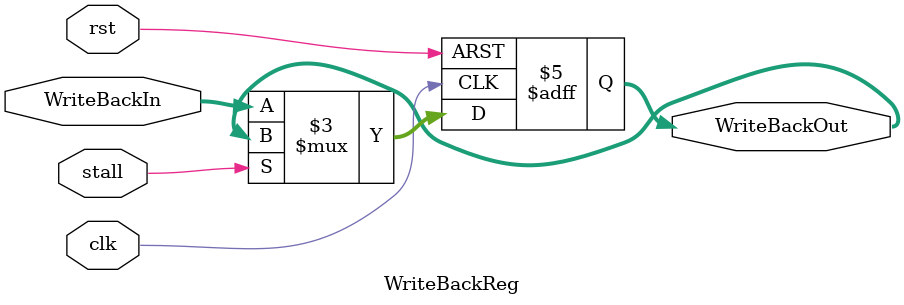
<source format=v>
module WriteBackReg(clk, rst, stall, WriteBackIn, WriteBackOut);
input clk, rst, stall;
input[15:0] WriteBackIn;

output reg[15:0] WriteBackOut;

always @(posedge clk, posedge rst) begin
	if (rst) begin
		WriteBackOut = 16'd0;
	end
	else if (stall) begin
		WriteBackOut = WriteBackOut;
	end
	else begin
		WriteBackOut = WriteBackIn;
	end
end

endmodule
</source>
